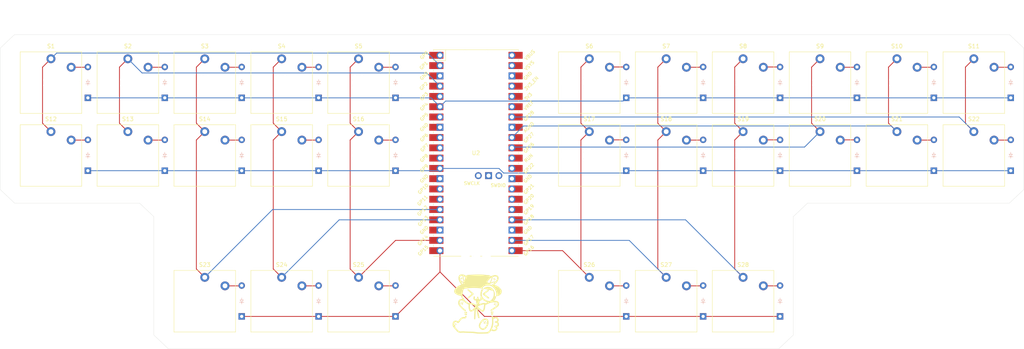
<source format=kicad_pcb>
(kicad_pcb (version 20240108) (generator "pcbnew") (generator_version "8.0")
  (layers (0 "F.Cu" signal) (31 "B.Cu" signal) (34 "B.Paste" user) (35 "F.Paste" user) (36 "B.SilkS" user "B.Silkscreen") (37 "F.SilkS" user "F.Silkscreen") (38 "B.Mask" user) (39 "F.Mask" user) (44 "Edge.Cuts" user))
  (net 0 "")
  (net 1 "Net-(D1-A)")
  (net 2 "Net-(D2-A)")
  (net 3 "Net-(D3-A)")
  (net 4 "Net-(D4-A)")
  (net 5 "Net-(D5-A)")
  (net 6 "Net-(D6-A)")
  (net 7 "Net-(D7-A)")
  (net 8 "Net-(D8-A)")
  (net 9 "Net-(D9-A)")
  (net 10 "Net-(D10-A)")
  (net 11 "Net-(D11-A)")
  (net 12 "Net-(D12-A)")
  (net 13 "Net-(D13-A)")
  (net 14 "Net-(D14-A)")
  (net 15 "Net-(D15-A)")
  (net 16 "Net-(D16-A)")
  (net 17 "Net-(D17-A)")
  (net 18 "Net-(D18-A)")
  (net 19 "Net-(D19-A)")
  (net 20 "Net-(D20-A)")
  (net 21 "Net-(D21-A)")
  (net 22 "Net-(D22-A)")
  (net 23 "Net-(D23-A)")
  (net 24 "Net-(D24-A)")
  (net 25 "Net-(D25-A)")
  (net 26 "Net-(D26-A)")
  (net 27 "Net-(D27-A)")
  (net 28 "Net-(D28-A)")
  (net 46 "Column 0")
  (net 47 "Row 0")
  (net 48 "Row 1")
  (net 49 "Row 2")
  (net 50 "Column 1")
  (net 51 "Column 2")
  (net 52 "Column 3")
  (net 53 "Column 4")
  (net 54 "Column 5")
  (net 55 "Column 6")
  (net 56 "Column 7")
  (net 57 "Column 8")
  (net 58 "Column 9")
  (net 59 "Column 10")
  (footprint "ScottoKeebs_Choc:Choc_V1_1.00u" (layer "F.Cu") (at 187.0775 82.485)
    (property "Reference" "S18")
    (property "Value" "Keyswitch")
  )
  (footprint "Library:RPi_PicoW_SMD_TH" (layer "F.Cu") (at 140.0775 81.86)
    (property "Reference" "U2")
    (property "Value" "Pico")
  )
  (footprint "ScottoKeebs_Choc:Choc_V1_1.00u" (layer "F.Cu") (at 73.0775 82.485)
    (property "Reference" "S14")
    (property "Value" "Keyswitch")
  )
  (footprint "ScottoKeebs_Choc:Choc_V1_1.00u" (layer "F.Cu") (at 225.0775 64.485)
    (property "Reference" "S9")
    (property "Value" "Keyswitch")
  )
  (footprint "ScottoKeebs_Choc:Choc_V1_1.00u" (layer "F.Cu") (at 206.0775 118.485)
    (property "Reference" "S28")
    (property "Value" "Keyswitch")
  )
  (footprint "ScottoKeebs_Choc:Choc_V1_1.00u" (layer "F.Cu") (at 187.0775 64.485)
    (property "Reference" "S7")
    (property "Value" "Keyswitch")
  )
  (footprint "ScottoKeebs_Choc:Choc_V1_1.00u" (layer "F.Cu") (at 111.0775 118.485)
    (property "Reference" "S25")
    (property "Value" "Keyswitch")
  )
  (footprint "ScottoKeebs_Choc:Choc_V1_1.00u" (layer "F.Cu") (at 187.0775 118.485)
    (property "Reference" "S27")
    (property "Value" "Keyswitch")
  )
  (footprint "ScottoKeebs_Choc:Choc_V1_1.00u" (layer "F.Cu") (at 206.0775 82.485)
    (property "Reference" "S19")
    (property "Value" "Keyswitch")
  )
  (footprint "ScottoKeebs_Choc:Choc_V1_1.00u" (layer "F.Cu") (at 111.0775 82.485)
    (property "Reference" "S16")
    (property "Value" "Keyswitch")
  )
  (footprint "ScottoKeebs_Choc:Choc_V1_1.00u" (layer "F.Cu") (at 111.0775 64.485)
    (property "Reference" "S5")
    (property "Value" "Keyswitch")
  )
  (footprint "ScottoKeebs_Choc:Choc_V1_1.00u" (layer "F.Cu") (at 206.0775 64.485)
    (property "Reference" "S8")
    (property "Value" "Keyswitch")
  )
  (footprint "ScottoKeebs_Choc:Choc_V1_1.00u" (layer "F.Cu") (at 73.0775 118.485)
    (property "Reference" "S23")
    (property "Value" "Keyswitch")
  )
  (footprint "Library:bunnyguy" (layer "F.Cu") (at 140.6875 119.165)
    (property "Reference" "G***" (hide yes))
    (property "Value" "LOGO" (hide yes))
  )
  (footprint "ScottoKeebs_Choc:Choc_V1_1.00u" (layer "F.Cu") (at 73.0775 64.485)
    (property "Reference" "S3")
    (property "Value" "Keyswitch")
  )
  (footprint "ScottoKeebs_Choc:Choc_V1_1.00u" (layer "F.Cu") (at 92.0775 64.485)
    (property "Reference" "S4")
    (property "Value" "Keyswitch")
  )
  (footprint "ScottoKeebs_Choc:Choc_V1_1.00u" (layer "F.Cu") (at 54.0775 82.485)
    (property "Reference" "S13")
    (property "Value" "Keyswitch")
  )
  (footprint "ScottoKeebs_Choc:Choc_V1_1.00u" (layer "F.Cu") (at 225.0775 82.485)
    (property "Reference" "S20")
    (property "Value" "Keyswitch")
  )
  (footprint "ScottoKeebs_Choc:Choc_V1_1.00u" (layer "F.Cu") (at 244.0775 82.485)
    (property "Reference" "S21")
    (property "Value" "Keyswitch")
  )
  (footprint "ScottoKeebs_Choc:Choc_V1_1.00u" (layer "F.Cu") (at 54.0775 64.485)
    (property "Reference" "S2")
    (property "Value" "Keyswitch")
  )
  (footprint "ScottoKeebs_Choc:Choc_V1_1.00u" (layer "F.Cu") (at 35.0775 82.485)
    (property "Reference" "S12")
    (property "Value" "Keyswitch")
  )
  (footprint "ScottoKeebs_Choc:Choc_V1_1.00u" (layer "F.Cu") (at 35.0775 64.485)
    (property "Reference" "S1")
    (property "Value" "Keyswitch")
  )
  (footprint "ScottoKeebs_Choc:Choc_V1_1.00u" (layer "F.Cu") (at 263.0775 64.485)
    (property "Reference" "S11")
    (property "Value" "Keyswitch")
  )
  (footprint "ScottoKeebs_Choc:Choc_V1_1.00u" (layer "F.Cu") (at 92.0775 82.485)
    (property "Reference" "S15")
    (property "Value" "Keyswitch")
  )
  (footprint "ScottoKeebs_Choc:Choc_V1_1.00u" (layer "F.Cu") (at 244.0775 64.485)
    (property "Reference" "S10")
    (property "Value" "Keyswitch")
  )
  (footprint "ScottoKeebs_Choc:Choc_V1_1.00u" (layer "F.Cu") (at 263.0775 82.485)
    (property "Reference" "S22")
    (property "Value" "Keyswitch")
  )
  (footprint "ScottoKeebs_Choc:Choc_V1_1.00u" (layer "F.Cu") (at 168.0775 64.485)
    (property "Reference" "S6")
    (property "Value" "Keyswitch")
  )
  (footprint "ScottoKeebs_Choc:Choc_V1_1.00u" (layer "F.Cu") (at 92.0775 118.485)
    (property "Reference" "S24")
    (property "Value" "Keyswitch")
  )
  (footprint "ScottoKeebs_Choc:Choc_V1_1.00u" (layer "F.Cu") (at 168.0775 82.485)
    (property "Reference" "S17")
    (property "Value" "Keyswitch")
  )
  (footprint "ScottoKeebs_Choc:Choc_V1_1.00u" (layer "F.Cu") (at 168.0775 118.485)
    (property "Reference" "S26")
    (property "Value" "Keyswitch")
  )
  (footprint "ScottoKeebs_Components:Diode_DO-35" (layer "B.Cu") (at 120.2025 122.235 90)
    (property "Reference" "D25" (hide yes))
    (property "Value" "D" (hide yes))
  )
  (footprint "ScottoKeebs_Components:Diode_DO-35" (layer "B.Cu") (at 120.2025 86.235 90)
    (property "Reference" "D16" (hide yes))
    (property "Value" "D" (hide yes))
  )
  (footprint "ScottoKeebs_Components:Diode_DO-35" (layer "B.Cu") (at 253.2025 68.235 90)
    (property "Reference" "D10" (hide yes))
    (property "Value" "D" (hide yes))
  )
  (footprint "ScottoKeebs_Components:Diode_DO-35" (layer "B.Cu") (at 101.2025 68.235 90)
    (property "Reference" "D4" (hide yes))
    (property "Value" "D" (hide yes))
  )
  (footprint "ScottoKeebs_Components:Diode_DO-35" (layer "B.Cu") (at 101.2025 86.235 90)
    (property "Reference" "D15" (hide yes))
    (property "Value" "D" (hide yes))
  )
  (footprint "ScottoKeebs_Components:Diode_DO-35" (layer "B.Cu") (at 177.2025 122.235 90)
    (property "Reference" "D26" (hide yes))
    (property "Value" "D" (hide yes))
  )
  (footprint "ScottoKeebs_Components:Diode_DO-35" (layer "B.Cu") (at 44.2025 86.235 90)
    (property "Reference" "D12" (hide yes))
    (property "Value" "D" (hide yes))
  )
  (footprint "ScottoKeebs_Components:Diode_DO-35" (layer "B.Cu") (at 272.2025 86.235 90)
    (property "Reference" "D22" (hide yes))
    (property "Value" "D" (hide yes))
  )
  (footprint "ScottoKeebs_Components:Diode_DO-35" (layer "B.Cu") (at 177.2025 86.235 90)
    (property "Reference" "D17" (hide yes))
    (property "Value" "D" (hide yes))
  )
  (footprint "ScottoKeebs_Components:Diode_DO-35" (layer "B.Cu") (at 120.2025 68.235 90)
    (property "Reference" "D5" (hide yes))
    (property "Value" "D" (hide yes))
  )
  (footprint "ScottoKeebs_Components:Diode_DO-35" (layer "B.Cu") (at 253.2025 86.235 90)
    (property "Reference" "D21" (hide yes))
    (property "Value" "D" (hide yes))
  )
  (footprint "ScottoKeebs_Components:Diode_DO-35" (layer "B.Cu") (at 44.2025 68.235 90)
    (property "Reference" "D1" (hide yes))
    (property "Value" "D" (hide yes))
  )
  (footprint "ScottoKeebs_Components:Diode_DO-35" (layer "B.Cu") (at 234.2025 86.235 90)
    (property "Reference" "D20" (hide yes))
    (property "Value" "D" (hide yes))
  )
  (footprint "ScottoKeebs_Components:Diode_DO-35" (layer "B.Cu") (at 215.2025 68.235 90)
    (property "Reference" "D8" (hide yes))
    (property "Value" "D" (hide yes))
  )
  (footprint "ScottoKeebs_Components:Diode_DO-35" (layer "B.Cu") (at 82.2025 68.235 90)
    (property "Reference" "D3" (hide yes))
    (property "Value" "D" (hide yes))
  )
  (footprint "ScottoKeebs_Components:Diode_DO-35" (layer "B.Cu") (at 196.2025 122.235 90)
    (property "Reference" "D27" (hide yes))
    (property "Value" "D" (hide yes))
  )
  (footprint "ScottoKeebs_Components:Diode_DO-35" (layer "B.Cu") (at 215.2025 122.235 90)
    (property "Reference" "D28" (hide yes))
    (property "Value" "D" (hide yes))
  )
  (footprint "ScottoKeebs_Components:Diode_DO-35" (layer "B.Cu") (at 177.2025 68.235 90)
    (property "Reference" "D6" (hide yes))
    (property "Value" "D" (hide yes))
  )
  (footprint "ScottoKeebs_Components:Diode_DO-35" (layer "B.Cu") (at 63.2025 68.235 90)
    (property "Reference" "D2" (hide yes))
    (property "Value" "D" (hide yes))
  )
  (footprint "ScottoKeebs_Components:Diode_DO-35" (layer "B.Cu") (at 101.2025 122.235 90)
    (property "Reference" "D24" (hide yes))
    (property "Value" "D" (hide yes))
  )
  (footprint "ScottoKeebs_Components:Diode_DO-35" (layer "B.Cu") (at 82.2025 86.235 90)
    (property "Reference" "D14" (hide yes))
    (property "Value" "D" (hide yes))
  )
  (footprint "ScottoKeebs_Components:Diode_DO-35" (layer "B.Cu") (at 82.2025 122.235 90)
    (property "Reference" "D23" (hide yes))
    (property "Value" "D" (hide yes))
  )
  (footprint "ScottoKeebs_Components:Diode_DO-35" (layer "B.Cu") (at 215.2025 86.235 90)
    (property "Reference" "D19" (hide yes))
    (property "Value" "D" (hide yes))
  )
  (footprint "ScottoKeebs_Components:Diode_DO-35" (layer "B.Cu") (at 272.2025 68.235 90)
    (property "Reference" "D11" (hide yes))
    (property "Value" "D" (hide yes))
  )
  (footprint "ScottoKeebs_Components:Diode_DO-35" (layer "B.Cu") (at 234.2025 68.235 90)
    (property "Reference" "D9" (hide yes))
    (property "Value" "D" (hide yes))
  )
  (footprint "ScottoKeebs_Components:Diode_DO-35" (layer "B.Cu") (at 63.2025 86.235 90)
    (property "Reference" "D13" (hide yes))
    (property "Value" "D" (hide yes))
  )
  (footprint "ScottoKeebs_Components:Diode_DO-35" (layer "B.Cu") (at 196.2025 68.235 90)
    (property "Reference" "D7" (hide yes))
    (property "Value" "D" (hide yes))
  )
  (footprint "ScottoKeebs_Components:Diode_DO-35" (layer "B.Cu") (at 196.2025 86.235 90)
    (property "Reference" "D18" (hide yes))
    (property "Value" "D" (hide yes))
  )
  (gr_poly (pts (xy 64.0775 130.235) (xy 60.515 126.86) (xy 60.515 97.61) (xy 56.9525 94.235) (xy 26.0775 94.235) (xy 22.515 90.86) (xy 22.515 55.985) (xy 26.0775 52.61) (xy 271.89 52.61) (xy 275.4525 55.985) (xy 275.4525 90.86) (xy 271.89 94.235) (xy 222.015 94.235) (xy 218.4525 97.61) (xy 218.4525 126.86) (xy 214.89 130.235)) (stroke (width 0.05)) (fill none) (layer "Edge.Cuts"))
  (segment (start 40.0775 60.685) (end 44.1325 60.685) (width 0.2) (layer "F.Cu") (net 1))
  (segment (start 44.1325 60.685) (end 44.2025 60.615) (width 0.2) (layer "F.Cu") (net 1))
  (segment (start 59.0775 60.685) (end 63.1325 60.685) (width 0.2) (layer "F.Cu") (net 2))
  (segment (start 63.1325 60.685) (end 63.2025 60.615) (width 0.2) (layer "F.Cu") (net 2))
  (segment (start 78.0775 60.685) (end 82.1325 60.685) (width 0.2) (layer "F.Cu") (net 3))
  (segment (start 82.1325 60.685) (end 82.2025 60.615) (width 0.2) (layer "F.Cu") (net 3))
  (segment (start 97.0775 60.685) (end 101.1325 60.685) (width 0.2) (layer "F.Cu") (net 4))
  (segment (start 101.1325 60.685) (end 101.2025 60.615) (width 0.2) (layer "F.Cu") (net 4))
  (segment (start 116.0775 60.685) (end 120.1325 60.685) (width 0.2) (layer "F.Cu") (net 5))
  (segment (start 120.1325 60.685) (end 120.2025 60.615) (width 0.2) (layer "F.Cu") (net 5))
  (segment (start 177.1325 60.685) (end 177.2025 60.615) (width 0.2) (layer "F.Cu") (net 6))
  (segment (start 173.1475 60.615) (end 173.0775 60.685) (width 0.2) (layer "F.Cu") (net 6))
  (segment (start 177.2025 60.615) (end 173.1475 60.615) (width 0.2) (layer "F.Cu") (net 6))
  (segment (start 196.1325 60.685) (end 196.2025 60.615) (width 0.2) (layer "F.Cu") (net 7))
  (segment (start 195.3625 60.615) (end 195.2925 60.685) (width 0.2) (layer "F.Cu") (net 7))
  (segment (start 196.2025 60.615) (end 195.3625 60.615) (width 0.2) (layer "F.Cu") (net 7))
  (segment (start 195.2925 60.685) (end 192.0775 60.685) (width 0.2) (layer "F.Cu") (net 7))
  (segment (start 215.2025 60.615) (end 211.1475 60.615) (width 0.2) (layer "F.Cu") (net 8))
  (segment (start 215.1325 60.685) (end 215.2025 60.615) (width 0.2) (layer "F.Cu") (net 8))
  (segment (start 211.1475 60.615) (end 211.0775 60.685) (width 0.2) (layer "F.Cu") (net 8))
  (segment (start 234.1325 60.685) (end 230.0775 60.685) (width 0.2) (layer "F.Cu") (net 9))
  (segment (start 234.2025 60.615) (end 234.1325 60.685) (width 0.2) (layer "F.Cu") (net 9))
  (segment (start 249.0775 60.685) (end 253.1325 60.685) (width 0.2) (layer "F.Cu") (net 10))
  (segment (start 253.1325 60.685) (end 253.2025 60.615) (width 0.2) (layer "F.Cu") (net 10))
  (segment (start 272.1325 60.685) (end 272.2025 60.615) (width 0.2) (layer "F.Cu") (net 11))
  (segment (start 268.0775 60.685) (end 272.1325 60.685) (width 0.2) (layer "F.Cu") (net 11))
  (segment (start 40.0775 78.685) (end 44.1325 78.685) (width 0.2) (layer "F.Cu") (net 12))
  (segment (start 44.1325 78.685) (end 44.2025 78.615) (width 0.2) (layer "F.Cu") (net 12))
  (segment (start 59.0775 78.685) (end 63.1325 78.685) (width 0.2) (layer "F.Cu") (net 13))
  (segment (start 63.1325 78.685) (end 63.2025 78.615) (width 0.2) (layer "F.Cu") (net 13))
  (segment (start 78.0775 78.685) (end 82.1325 78.685) (width 0.2) (layer "F.Cu") (net 14))
  (segment (start 82.1325 78.685) (end 82.2025 78.615) (width 0.2) (layer "F.Cu") (net 14))
  (segment (start 101.1325 78.685) (end 101.2025 78.615) (width 0.2) (layer "F.Cu") (net 15))
  (segment (start 97.0775 78.685) (end 101.1325 78.685) (width 0.2) (layer "F.Cu") (net 15))
  (segment (start 116.0775 78.685) (end 120.1325 78.685) (width 0.2) (layer "F.Cu") (net 16))
  (segment (start 120.1325 78.685) (end 120.2025 78.615) (width 0.2) (layer "F.Cu") (net 16))
  (segment (start 173.1475 78.615) (end 173.0775 78.685) (width 0.2) (layer "F.Cu") (net 17))
  (segment (start 177.2025 78.615) (end 173.1475 78.615) (width 0.2) (layer "F.Cu") (net 17))
  (segment (start 177.1325 78.685) (end 177.2025 78.615) (width 0.2) (layer "F.Cu") (net 17))
  (segment (start 196.1325 78.685) (end 196.2025 78.615) (width 0.2) (layer "F.Cu") (net 18))
  (segment (start 192.0775 78.685) (end 196.1325 78.685) (width 0.2) (layer "F.Cu") (net 18))
  (segment (start 211.1475 78.615) (end 211.0775 78.685) (width 0.2) (layer "F.Cu") (net 19))
  (segment (start 215.2025 78.615) (end 211.1475 78.615) (width 0.2) (layer "F.Cu") (net 19))
  (segment (start 215.1325 78.685) (end 215.2025 78.615) (width 0.2) (layer "F.Cu") (net 19))
  (segment (start 234.1325 78.685) (end 234.2025 78.615) (width 0.2) (layer "F.Cu") (net 20))
  (segment (start 234.2025 78.615) (end 230.1475 78.615) (width 0.2) (layer "F.Cu") (net 20))
  (segment (start 230.1475 78.615) (end 230.0775 78.685) (width 0.2) (layer "F.Cu") (net 20))
  (segment (start 249.0775 78.685) (end 253.1325 78.685) (width 0.2) (layer "F.Cu") (net 21))
  (segment (start 253.1325 78.685) (end 253.2025 78.615) (width 0.2) (layer "F.Cu") (net 21))
  (segment (start 268.0775 78.685) (end 272.1325 78.685) (width 0.2) (layer "F.Cu") (net 22))
  (segment (start 272.1325 78.685) (end 272.2025 78.615) (width 0.2) (layer "F.Cu") (net 22))
  (segment (start 78.0775 114.685) (end 82.1325 114.685) (width 0.2) (layer "F.Cu") (net 23))
  (segment (start 82.1325 114.685) (end 82.2025 114.615) (width 0.2) (layer "F.Cu") (net 23))
  (segment (start 101.1325 114.685) (end 101.2025 114.615) (width 0.2) (layer "F.Cu") (net 24))
  (segment (start 97.0775 114.685) (end 101.1325 114.685) (width 0.2) (layer "F.Cu") (net 24))
  (segment (start 120.1325 114.685) (end 120.2025 114.615) (width 0.2) (layer "F.Cu") (net 25))
  (segment (start 116.0775 114.685) (end 120.1325 114.685) (width 0.2) (layer "F.Cu") (net 25))
  (segment (start 177.1325 114.685) (end 177.2025 114.615) (width 0.2) (layer "F.Cu") (net 26))
  (segment (start 173.0775 114.685) (end 177.1325 114.685) (width 0.2) (layer "F.Cu") (net 26))
  (segment (start 192.0775 114.685) (end 196.1325 114.685) (width 0.2) (layer "F.Cu") (net 27))
  (segment (start 196.1325 114.685) (end 196.2025 114.615) (width 0.2) (layer "F.Cu") (net 27))
  (segment (start 211.0775 114.685) (end 215.1325 114.685) (width 0.2) (layer "F.Cu") (net 28))
  (segment (start 215.1325 114.685) (end 215.2025 114.615) (width 0.2) (layer "F.Cu") (net 28))
  (segment (start 35.0775 58.585) (end 33.0025 60.66) (width 0.2) (layer "F.Cu") (net 46))
  (segment (start 33.0025 74.51) (end 35.0775 76.585) (width 0.2) (layer "F.Cu") (net 46))
  (segment (start 33.0025 60.66) (end 33.0025 74.51) (width 0.2) (layer "F.Cu") (net 46))
  (segment (start 131.1875 60.27) (end 128.1025 57.185) (width 0.2) (layer "B.Cu") (net 46))
  (segment (start 36.4775 57.185) (end 35.0775 58.585) (width 0.2) (layer "B.Cu") (net 46))
  (segment (start 128.1025 57.185) (end 36.4775 57.185) (width 0.2) (layer "B.Cu") (net 46))
  (segment (start 44.2025 68.235) (end 128.9925 68.235) (width 0.2) (layer "B.Cu") (net 47))
  (segment (start 128.9925 68.235) (end 131.1875 70.43) (width 0.2) (layer "B.Cu") (net 47))
  (segment (start 132.5775 69.04) (end 131.1875 70.43) (width 0.2) (layer "B.Cu") (net 47))
  (segment (start 177.2025 68.235) (end 176.3975 69.04) (width 0.2) (layer "B.Cu") (net 47))
  (segment (start 272.2025 68.235) (end 177.2025 68.235) (width 0.2) (layer "B.Cu") (net 47))
  (segment (start 176.3975 69.04) (end 132.5775 69.04) (width 0.2) (layer "B.Cu") (net 47))
  (segment (start 176.6175 86.82) (end 146.905 86.82) (width 0.2) (layer "B.Cu") (net 48))
  (segment (start 44.2025 86.235) (end 130.6225 86.235) (width 0.2) (layer "B.Cu") (net 48))
  (segment (start 146.905 86.82) (end 145.755 85.67) (width 0.2) (layer "B.Cu") (net 48))
  (segment (start 272.2025 86.235) (end 177.2025 86.235) (width 0.2) (layer "B.Cu") (net 48))
  (segment (start 145.755 85.67) (end 131.1875 85.67) (width 0.2) (layer "B.Cu") (net 48))
  (segment (start 177.2025 86.235) (end 176.6175 86.82) (width 0.2) (layer "B.Cu") (net 48))
  (segment (start 130.6225 86.235) (end 131.1875 85.67) (width 0.2) (layer "B.Cu") (net 48))
  (segment (start 215.2025 122.235) (end 142.1725 122.235) (width 0.2) (layer "F.Cu") (net 49))
  (segment (start 131.1875 105.99) (end 131.1875 111.25) (width 0.2) (layer "F.Cu") (net 49))
  (segment (start 131.1875 111.25) (end 120.2025 122.235) (width 0.2) (layer "F.Cu") (net 49))
  (segment (start 82.2025 122.235) (end 120.2025 122.235) (width 0.2) (layer "F.Cu") (net 49))
  (segment (start 142.1725 122.235) (end 131.1875 111.25) (width 0.2) (layer "F.Cu") (net 49))
  (segment (start 52.0025 60.66) (end 52.0025 74.51) (width 0.2) (layer "F.Cu") (net 50))
  (segment (start 54.0775 58.585) (end 52.0025 60.66) (width 0.2) (layer "F.Cu") (net 50))
  (segment (start 52.0025 74.51) (end 54.0775 76.585) (width 0.2) (layer "F.Cu") (net 50))
  (segment (start 54.0775 58.585) (end 57.5775 62.085) (width 0.2) (layer "B.Cu") (net 50))
  (segment (start 57.5775 62.085) (end 127.9225 62.085) (width 0.2) (layer "B.Cu") (net 50))
  (segment (start 127.9225 62.085) (end 131.1875 65.35) (width 0.2) (layer "B.Cu") (net 50))
  (segment (start 71.0025 74.51) (end 73.0775 76.585) (width 0.2) (layer "F.Cu") (net 51))
  (segment (start 73.0775 58.585) (end 71.0025 60.66) (width 0.2) (layer "F.Cu") (net 51))
  (segment (start 71.0025 78.66) (end 71.0025 110.51) (width 0.2) (layer "F.Cu") (net 51))
  (segment (start 71.0025 60.66) (end 71.0025 74.51) (width 0.2) (layer "F.Cu") (net 51))
  (segment (start 73.0775 76.585) (end 71.0025 78.66) (width 0.2) (layer "F.Cu") (net 51))
  (segment (start 71.0025 110.51) (end 73.0775 112.585) (width 0.2) (layer "F.Cu") (net 51))
  (segment (start 73.0775 112.585) (end 89.8325 95.83) (width 0.2) (layer "B.Cu") (net 51))
  (segment (start 89.8325 95.83) (end 131.1875 95.83) (width 0.2) (layer "B.Cu") (net 51))
  (segment (start 90.0025 110.51) (end 90.0025 78.66) (width 0.2) (layer "F.Cu") (net 52))
  (segment (start 90.0025 74.51) (end 90.0025 60.66) (width 0.2) (layer "F.Cu") (net 52))
  (segment (start 92.0775 112.585) (end 90.0025 110.51) (width 0.2) (layer "F.Cu") (net 52))
  (segment (start 90.0025 60.66) (end 92.0775 58.585) (width 0.2) (layer "F.Cu") (net 52))
  (segment (start 92.0775 76.585) (end 90.0025 74.51) (width 0.2) (layer "F.Cu") (net 52))
  (segment (start 90.0025 78.66) (end 92.0775 76.585) (width 0.2) (layer "F.Cu") (net 52))
  (segment (start 106.2925 98.37) (end 131.1875 98.37) (width 0.2) (layer "B.Cu") (net 52))
  (segment (start 92.0775 112.585) (end 106.2925 98.37) (width 0.2) (layer "B.Cu") (net 52))
  (segment (start 109.0025 78.66) (end 111.0775 76.585) (width 0.2) (layer "F.Cu") (net 53))
  (segment (start 111.0775 112.585) (end 120.2125 103.45) (width 0.2) (layer "F.Cu") (net 53))
  (segment (start 111.0775 112.585) (end 109.0025 110.51) (width 0.2) (layer "F.Cu") (net 53))
  (segment (start 109.0025 60.66) (end 111.0775 58.585) (width 0.2) (layer "F.Cu") (net 53))
  (segment (start 111.0775 76.585) (end 109.0025 74.51) (width 0.2) (layer "F.Cu") (net 53))
  (segment (start 109.0025 74.51) (end 109.0025 60.66) (width 0.2) (layer "F.Cu") (net 53))
  (segment (start 109.0025 110.51) (end 109.0025 78.66) (width 0.2) (layer "F.Cu") (net 53))
  (segment (start 120.2125 103.45) (end 131.1875 103.45) (width 0.2) (layer "F.Cu") (net 53))
  (segment (start 148.9675 105.99) (end 161.4825 105.99) (width 0.2) (layer "F.Cu") (net 54))
  (segment (start 168.0775 112.585) (end 166.0025 110.51) (width 0.2) (layer "F.Cu") (net 54))
  (segment (start 168.0775 76.585) (end 166.0025 74.51) (width 0.2) (layer "F.Cu") (net 54))
  (segment (start 166.0025 110.51) (end 166.0025 78.66) (width 0.2) (layer "F.Cu") (net 54))
  (segment (start 166.0025 78.66) (end 168.0775 76.585) (width 0.2) (layer "F.Cu") (net 54))
  (segment (start 166.0025 74.51) (end 166.0025 60.66) (width 0.2) (layer "F.Cu") (net 54))
  (segment (start 166.0025 60.66) (end 168.0775 58.585) (width 0.2) (layer "F.Cu") (net 54))
  (segment (start 161.4825 105.99) (end 166.0025 110.51) (width 0.2) (layer "F.Cu") (net 54))
  (segment (start 185.0025 60.66) (end 187.0775 58.585) (width 0.2) (layer "F.Cu") (net 55))
  (segment (start 185.0025 78.66) (end 187.0775 76.585) (width 0.2) (layer "F.Cu") (net 55))
  (segment (start 187.0775 76.585) (end 185.0025 74.51) (width 0.2) (layer "F.Cu") (net 55))
  (segment (start 187.0775 112.585) (end 185.0025 110.51) (width 0.2) (layer "F.Cu") (net 55))
  (segment (start 185.0025 74.51) (end 185.0025 60.66) (width 0.2) (layer "F.Cu") (net 55))
  (segment (start 185.0025 110.51) (end 185.0025 78.66) (width 0.2) (layer "F.Cu") (net 55))
  (segment (start 148.9675 103.45) (end 177.9425 103.45) (width 0.2) (layer "B.Cu") (net 55))
  (segment (start 177.9425 103.45) (end 187.0775 112.585) (width 0.2) (layer "B.Cu") (net 55))
  (segment (start 204.0025 60.66) (end 206.0775 58.585) (width 0.2) (layer "F.Cu") (net 56))
  (segment (start 204.0025 74.51) (end 204.0025 60.66) (width 0.2) (layer "F.Cu") (net 56))
  (segment (start 206.0775 76.585) (end 204.0025 74.51) (width 0.2) (layer "F.Cu") (net 56))
  (segment (start 206.0775 112.585) (end 204.0025 110.51) (width 0.2) (layer "F.Cu") (net 56))
  (segment (start 204.0025 78.66) (end 206.0775 76.585) (width 0.2) (layer "F.Cu") (net 56))
  (segment (start 204.0025 110.51) (end 204.0025 78.66) (width 0.2) (layer "F.Cu") (net 56))
  (segment (start 206.0775 112.585) (end 191.8625 98.37) (width 0.2) (layer "B.Cu") (net 56))
  (segment (start 191.8625 98.37) (end 148.9675 98.37) (width 0.2) (layer "B.Cu") (net 56))
  (segment (start 223.0025 60.66) (end 225.0775 58.585) (width 0.2) (layer "F.Cu") (net 57))
  (segment (start 225.0775 76.585) (end 223.0025 74.51) (width 0.2) (layer "F.Cu") (net 57))
  (segment (start 223.0025 74.51) (end 223.0025 60.66) (width 0.2) (layer "F.Cu") (net 57))
  (segment (start 149.4725 80.085) (end 148.9675 80.59) (width 0.2) (layer "B.Cu") (net 57))
  (segment (start 148.9675 80.59) (end 149.1475 80.41) (width 0.2) (layer "B.Cu") (net 57))
  (segment (start 149.1475 80.41) (end 221.2525 80.41) (width 0.2) (layer "B.Cu") (net 57))
  (segment (start 221.2525 80.41) (end 225.0775 76.585) (width 0.2) (layer "B.Cu") (net 57))
  (segment (start 242.0025 60.66) (end 244.0775 58.585) (width 0.2) (layer "F.Cu") (net 58))
  (segment (start 244.0775 76.585) (end 242.0025 74.51) (width 0.2) (layer "F.Cu") (net 58))
  (segment (start 242.0025 74.51) (end 242.0025 60.66) (width 0.2) (layer "F.Cu") (net 58))
  (segment (start 148.9675 78.05) (end 151.8325 75.185) (width 0.2) (layer "B.Cu") (net 58))
  (segment (start 242.6775 75.185) (end 244.0775 76.585) (width 0.2) (layer "B.Cu") (net 58))
  (segment (start 151.8325 75.185) (end 242.6775 75.185) (width 0.2) (layer "B.Cu") (net 58))
  (segment (start 261.0025 74.51) (end 261.0025 60.66) (width 0.2) (layer "F.Cu") (net 59))
  (segment (start 261.0025 60.66) (end 263.0775 58.585) (width 0.2) (layer "F.Cu") (net 59))
  (segment (start 263.0775 76.585) (end 261.0025 74.51) (width 0.2) (layer "F.Cu") (net 59))
  (segment (start 148.9675 72.97) (end 259.4625 72.97) (width 0.2) (layer "B.Cu") (net 59))
  (segment (start 259.4625 72.97) (end 263.0775 76.585) (width 0.2) (layer "B.Cu") (net 59))
)
</source>
